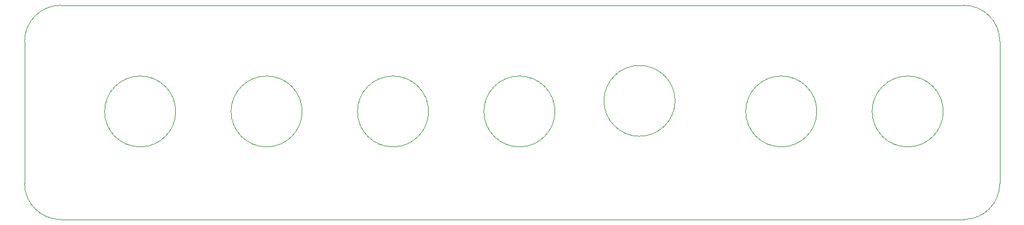
<source format=gm1>
G04 #@! TF.GenerationSoftware,KiCad,Pcbnew,6.0.6-3a73a75311~116~ubuntu22.04.1*
G04 #@! TF.CreationDate,2022-07-27T16:16:01-04:00*
G04 #@! TF.ProjectId,stereo_whooshy_sound_jack_panel,73746572-656f-45f7-9768-6f6f7368795f,0*
G04 #@! TF.SameCoordinates,Original*
G04 #@! TF.FileFunction,Profile,NP*
%FSLAX46Y46*%
G04 Gerber Fmt 4.6, Leading zero omitted, Abs format (unit mm)*
G04 Created by KiCad (PCBNEW 6.0.6-3a73a75311~116~ubuntu22.04.1) date 2022-07-27 16:16:01*
%MOMM*%
%LPD*%
G01*
G04 APERTURE LIST*
G04 #@! TA.AperFunction,Profile*
%ADD10C,0.050000*%
G04 #@! TD*
G04 APERTURE END LIST*
D10*
X77724000Y-81534000D02*
X204724000Y-81534000D01*
X209804000Y-86614000D02*
G75*
G03*
X204724000Y-81534000I-5080000J0D01*
G01*
X72644000Y-106680000D02*
G75*
G03*
X77724000Y-111760000I5080000J0D01*
G01*
X184070000Y-96520000D02*
G75*
G03*
X184070000Y-96520000I-5000000J0D01*
G01*
X164131000Y-95021400D02*
G75*
G03*
X164131000Y-95021400I-5000000J0D01*
G01*
X72644000Y-106680000D02*
X72644000Y-86614000D01*
X93900000Y-96520000D02*
G75*
G03*
X93900000Y-96520000I-5000000J0D01*
G01*
X209804000Y-86614000D02*
X209804000Y-106680000D01*
X77724000Y-81534000D02*
G75*
G03*
X72644000Y-86614000I0J-5080000D01*
G01*
X204724000Y-111760000D02*
X77724000Y-111760000D01*
X204724000Y-111760000D02*
G75*
G03*
X209804000Y-106680000I0J5080000D01*
G01*
X201850000Y-96520000D02*
G75*
G03*
X201850000Y-96520000I-5000000J0D01*
G01*
X111680000Y-96520000D02*
G75*
G03*
X111680000Y-96520000I-5000000J0D01*
G01*
X147240000Y-96520000D02*
G75*
G03*
X147240000Y-96520000I-5000000J0D01*
G01*
X129460000Y-96520000D02*
G75*
G03*
X129460000Y-96520000I-5000000J0D01*
G01*
M02*

</source>
